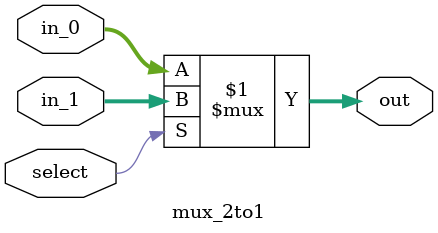
<source format=v>
module mux_2to1
#(
 parameter DATA_LENGTH = 32
)
(
 input  wire [DATA_LENGTH - 1 : 0] in_0,
 input  wire [DATA_LENGTH - 1 : 0] in_1,
 input  wire                       select,
 // Output
 output wire [DATA_LENGTH - 1 : 0] out
 );
 
 assign out = (select) ? in_1 : in_0;
 
 /*
 always @ (*)
  case (select)
   1'b0 : out = in_0;
	1'b1 : out = in_1;
  endcase
 */
endmodule 
</source>
